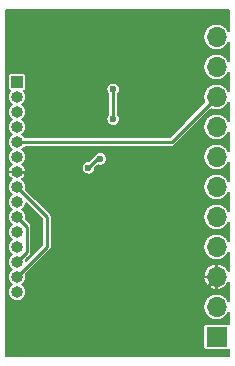
<source format=gbr>
G04 #@! TF.GenerationSoftware,KiCad,Pcbnew,(5.1.5)-3*
G04 #@! TF.CreationDate,2020-01-25T22:14:14+03:00*
G04 #@! TF.ProjectId,Sharp_11pin_to_15pin_Adapter,53686172-705f-4313-9170-696e5f746f5f,rev?*
G04 #@! TF.SameCoordinates,Original*
G04 #@! TF.FileFunction,Copper,L2,Bot*
G04 #@! TF.FilePolarity,Positive*
%FSLAX46Y46*%
G04 Gerber Fmt 4.6, Leading zero omitted, Abs format (unit mm)*
G04 Created by KiCad (PCBNEW (5.1.5)-3) date 2020-01-25 22:14:14*
%MOMM*%
%LPD*%
G04 APERTURE LIST*
%ADD10O,1.700000X1.700000*%
%ADD11R,1.700000X1.700000*%
%ADD12R,1.000000X1.000000*%
%ADD13O,1.000000X1.000000*%
%ADD14C,0.800000*%
%ADD15C,0.600000*%
%ADD16C,0.250000*%
%ADD17C,0.150000*%
G04 APERTURE END LIST*
D10*
X144780000Y-101600000D03*
X144780000Y-104140000D03*
X144780000Y-106680000D03*
X144780000Y-109220000D03*
X144780000Y-111760000D03*
X144780000Y-114300000D03*
X144780000Y-116840000D03*
X144780000Y-119380000D03*
X144780000Y-121920000D03*
X144780000Y-124460000D03*
D11*
X144780000Y-127000000D03*
D12*
X127880000Y-105410000D03*
D13*
X127880000Y-106680000D03*
X127880000Y-107950000D03*
X127880000Y-109220000D03*
X127880000Y-110490000D03*
X127880000Y-111760000D03*
X127880000Y-113030000D03*
X127880000Y-114300000D03*
X127880000Y-115570000D03*
X127880000Y-116840000D03*
X127880000Y-118110000D03*
X127880000Y-119380000D03*
X127880000Y-120650000D03*
X127880000Y-121920000D03*
X127880000Y-123190000D03*
D14*
X127889000Y-100076000D03*
X140208000Y-100076000D03*
X127889000Y-124587000D03*
X127889000Y-127889000D03*
X130810000Y-127889000D03*
X133985000Y-127889000D03*
X137160000Y-127889000D03*
X140462000Y-127889000D03*
X131318000Y-100076000D03*
X134747000Y-100076000D03*
X138049000Y-100076000D03*
D15*
X130683000Y-113030000D03*
X143256000Y-102743000D03*
X129032000Y-107315000D03*
X135509000Y-109728000D03*
X135763000Y-112268000D03*
X133985000Y-114300000D03*
X129286000Y-116840000D03*
X136017000Y-106045000D03*
X136017000Y-108575000D03*
X134949942Y-111938058D03*
X133939058Y-112694942D03*
D16*
X140970000Y-110490000D02*
X144780000Y-106680000D01*
X127880000Y-110490000D02*
X140970000Y-110490000D01*
X128379999Y-114799999D02*
X128388999Y-114799999D01*
X127880000Y-114300000D02*
X128379999Y-114799999D01*
X128388999Y-114799999D02*
X130429000Y-116840000D01*
X130429000Y-119371000D02*
X127880000Y-121920000D01*
X130429000Y-116840000D02*
X130429000Y-119371000D01*
X144780000Y-121920000D02*
X142748000Y-123952000D01*
X142748000Y-125603000D02*
X140462000Y-127889000D01*
X142748000Y-123952000D02*
X142748000Y-125603000D01*
X127880000Y-113030000D02*
X130683000Y-113030000D01*
X136017000Y-106045000D02*
X136017000Y-108575000D01*
X134949942Y-111938058D02*
X134695942Y-111938058D01*
X134695942Y-111938058D02*
X133939058Y-112694942D01*
X128379999Y-120150001D02*
X127880000Y-120650000D01*
X128705001Y-119824999D02*
X128379999Y-120150001D01*
X128705001Y-117665001D02*
X128705001Y-119824999D01*
X127880000Y-116840000D02*
X128705001Y-117665001D01*
D17*
G36*
X145800000Y-101122732D02*
G01*
X145776962Y-101067113D01*
X145653844Y-100882855D01*
X145497145Y-100726156D01*
X145312887Y-100603038D01*
X145108150Y-100518233D01*
X144890803Y-100475000D01*
X144669197Y-100475000D01*
X144451850Y-100518233D01*
X144247113Y-100603038D01*
X144062855Y-100726156D01*
X143906156Y-100882855D01*
X143783038Y-101067113D01*
X143698233Y-101271850D01*
X143655000Y-101489197D01*
X143655000Y-101710803D01*
X143698233Y-101928150D01*
X143783038Y-102132887D01*
X143906156Y-102317145D01*
X144062855Y-102473844D01*
X144247113Y-102596962D01*
X144451850Y-102681767D01*
X144669197Y-102725000D01*
X144890803Y-102725000D01*
X145108150Y-102681767D01*
X145312887Y-102596962D01*
X145497145Y-102473844D01*
X145653844Y-102317145D01*
X145776962Y-102132887D01*
X145800000Y-102077268D01*
X145800000Y-103662732D01*
X145776962Y-103607113D01*
X145653844Y-103422855D01*
X145497145Y-103266156D01*
X145312887Y-103143038D01*
X145108150Y-103058233D01*
X144890803Y-103015000D01*
X144669197Y-103015000D01*
X144451850Y-103058233D01*
X144247113Y-103143038D01*
X144062855Y-103266156D01*
X143906156Y-103422855D01*
X143783038Y-103607113D01*
X143698233Y-103811850D01*
X143655000Y-104029197D01*
X143655000Y-104250803D01*
X143698233Y-104468150D01*
X143783038Y-104672887D01*
X143906156Y-104857145D01*
X144062855Y-105013844D01*
X144247113Y-105136962D01*
X144451850Y-105221767D01*
X144669197Y-105265000D01*
X144890803Y-105265000D01*
X145108150Y-105221767D01*
X145312887Y-105136962D01*
X145497145Y-105013844D01*
X145653844Y-104857145D01*
X145776962Y-104672887D01*
X145800000Y-104617268D01*
X145800000Y-106202732D01*
X145776962Y-106147113D01*
X145653844Y-105962855D01*
X145497145Y-105806156D01*
X145312887Y-105683038D01*
X145108150Y-105598233D01*
X144890803Y-105555000D01*
X144669197Y-105555000D01*
X144451850Y-105598233D01*
X144247113Y-105683038D01*
X144062855Y-105806156D01*
X143906156Y-105962855D01*
X143783038Y-106147113D01*
X143698233Y-106351850D01*
X143655000Y-106569197D01*
X143655000Y-106790803D01*
X143698233Y-107008150D01*
X143753277Y-107141038D01*
X140804315Y-110090000D01*
X128544813Y-110090000D01*
X128481982Y-109995966D01*
X128374034Y-109888018D01*
X128324619Y-109855000D01*
X128374034Y-109821982D01*
X128481982Y-109714034D01*
X128566796Y-109587100D01*
X128625217Y-109446059D01*
X128655000Y-109296331D01*
X128655000Y-109143669D01*
X128625217Y-108993941D01*
X128566796Y-108852900D01*
X128481982Y-108725966D01*
X128374034Y-108618018D01*
X128324619Y-108585000D01*
X128374034Y-108551982D01*
X128481982Y-108444034D01*
X128566796Y-108317100D01*
X128625217Y-108176059D01*
X128655000Y-108026331D01*
X128655000Y-107873669D01*
X128625217Y-107723941D01*
X128566796Y-107582900D01*
X128481982Y-107455966D01*
X128374034Y-107348018D01*
X128324619Y-107315000D01*
X128374034Y-107281982D01*
X128481982Y-107174034D01*
X128566796Y-107047100D01*
X128625217Y-106906059D01*
X128655000Y-106756331D01*
X128655000Y-106603669D01*
X128625217Y-106453941D01*
X128566796Y-106312900D01*
X128481982Y-106185966D01*
X128466999Y-106170983D01*
X128485747Y-106165296D01*
X128533521Y-106139760D01*
X128575395Y-106105395D01*
X128609760Y-106063521D01*
X128635296Y-106015747D01*
X128643601Y-105988367D01*
X135442000Y-105988367D01*
X135442000Y-106101633D01*
X135464097Y-106212721D01*
X135507442Y-106317365D01*
X135570368Y-106411541D01*
X135617000Y-106458173D01*
X135617001Y-108161826D01*
X135570368Y-108208459D01*
X135507442Y-108302635D01*
X135464097Y-108407279D01*
X135442000Y-108518367D01*
X135442000Y-108631633D01*
X135464097Y-108742721D01*
X135507442Y-108847365D01*
X135570368Y-108941541D01*
X135650459Y-109021632D01*
X135744635Y-109084558D01*
X135849279Y-109127903D01*
X135960367Y-109150000D01*
X136073633Y-109150000D01*
X136184721Y-109127903D01*
X136289365Y-109084558D01*
X136383541Y-109021632D01*
X136463632Y-108941541D01*
X136526558Y-108847365D01*
X136569903Y-108742721D01*
X136592000Y-108631633D01*
X136592000Y-108518367D01*
X136569903Y-108407279D01*
X136526558Y-108302635D01*
X136463632Y-108208459D01*
X136417000Y-108161827D01*
X136417000Y-106458173D01*
X136463632Y-106411541D01*
X136526558Y-106317365D01*
X136569903Y-106212721D01*
X136592000Y-106101633D01*
X136592000Y-105988367D01*
X136569903Y-105877279D01*
X136526558Y-105772635D01*
X136463632Y-105678459D01*
X136383541Y-105598368D01*
X136289365Y-105535442D01*
X136184721Y-105492097D01*
X136073633Y-105470000D01*
X135960367Y-105470000D01*
X135849279Y-105492097D01*
X135744635Y-105535442D01*
X135650459Y-105598368D01*
X135570368Y-105678459D01*
X135507442Y-105772635D01*
X135464097Y-105877279D01*
X135442000Y-105988367D01*
X128643601Y-105988367D01*
X128651020Y-105963909D01*
X128656330Y-105910000D01*
X128656330Y-104910000D01*
X128651020Y-104856091D01*
X128635296Y-104804253D01*
X128609760Y-104756479D01*
X128575395Y-104714605D01*
X128533521Y-104680240D01*
X128485747Y-104654704D01*
X128433909Y-104638980D01*
X128380000Y-104633670D01*
X127380000Y-104633670D01*
X127326091Y-104638980D01*
X127274253Y-104654704D01*
X127226479Y-104680240D01*
X127184605Y-104714605D01*
X127150240Y-104756479D01*
X127124704Y-104804253D01*
X127108980Y-104856091D01*
X127103670Y-104910000D01*
X127103670Y-105910000D01*
X127108980Y-105963909D01*
X127124704Y-106015747D01*
X127150240Y-106063521D01*
X127184605Y-106105395D01*
X127226479Y-106139760D01*
X127274253Y-106165296D01*
X127293001Y-106170983D01*
X127278018Y-106185966D01*
X127193204Y-106312900D01*
X127134783Y-106453941D01*
X127105000Y-106603669D01*
X127105000Y-106756331D01*
X127134783Y-106906059D01*
X127193204Y-107047100D01*
X127278018Y-107174034D01*
X127385966Y-107281982D01*
X127435381Y-107315000D01*
X127385966Y-107348018D01*
X127278018Y-107455966D01*
X127193204Y-107582900D01*
X127134783Y-107723941D01*
X127105000Y-107873669D01*
X127105000Y-108026331D01*
X127134783Y-108176059D01*
X127193204Y-108317100D01*
X127278018Y-108444034D01*
X127385966Y-108551982D01*
X127435381Y-108585000D01*
X127385966Y-108618018D01*
X127278018Y-108725966D01*
X127193204Y-108852900D01*
X127134783Y-108993941D01*
X127105000Y-109143669D01*
X127105000Y-109296331D01*
X127134783Y-109446059D01*
X127193204Y-109587100D01*
X127278018Y-109714034D01*
X127385966Y-109821982D01*
X127435381Y-109855000D01*
X127385966Y-109888018D01*
X127278018Y-109995966D01*
X127193204Y-110122900D01*
X127134783Y-110263941D01*
X127105000Y-110413669D01*
X127105000Y-110566331D01*
X127134783Y-110716059D01*
X127193204Y-110857100D01*
X127278018Y-110984034D01*
X127385966Y-111091982D01*
X127435381Y-111125000D01*
X127385966Y-111158018D01*
X127278018Y-111265966D01*
X127193204Y-111392900D01*
X127134783Y-111533941D01*
X127105000Y-111683669D01*
X127105000Y-111836331D01*
X127134783Y-111986059D01*
X127193204Y-112127100D01*
X127278018Y-112254034D01*
X127385966Y-112361982D01*
X127437166Y-112396193D01*
X127335844Y-112478164D01*
X127238642Y-112594927D01*
X127166087Y-112728410D01*
X127120967Y-112873482D01*
X127118850Y-112884134D01*
X127174193Y-113005000D01*
X127855000Y-113005000D01*
X127855000Y-112985000D01*
X127905000Y-112985000D01*
X127905000Y-113005000D01*
X128585807Y-113005000D01*
X128641150Y-112884134D01*
X128639033Y-112873482D01*
X128593913Y-112728410D01*
X128544939Y-112638309D01*
X133364058Y-112638309D01*
X133364058Y-112751575D01*
X133386155Y-112862663D01*
X133429500Y-112967307D01*
X133492426Y-113061483D01*
X133572517Y-113141574D01*
X133666693Y-113204500D01*
X133771337Y-113247845D01*
X133882425Y-113269942D01*
X133995691Y-113269942D01*
X134106779Y-113247845D01*
X134211423Y-113204500D01*
X134305599Y-113141574D01*
X134385690Y-113061483D01*
X134448616Y-112967307D01*
X134491961Y-112862663D01*
X134514058Y-112751575D01*
X134514058Y-112685627D01*
X134730251Y-112469434D01*
X134782221Y-112490961D01*
X134893309Y-112513058D01*
X135006575Y-112513058D01*
X135117663Y-112490961D01*
X135222307Y-112447616D01*
X135316483Y-112384690D01*
X135396574Y-112304599D01*
X135459500Y-112210423D01*
X135502845Y-112105779D01*
X135524942Y-111994691D01*
X135524942Y-111881425D01*
X135502845Y-111770337D01*
X135459500Y-111665693D01*
X135396574Y-111571517D01*
X135316483Y-111491426D01*
X135222307Y-111428500D01*
X135117663Y-111385155D01*
X135006575Y-111363058D01*
X134893309Y-111363058D01*
X134782221Y-111385155D01*
X134677577Y-111428500D01*
X134583401Y-111491426D01*
X134503310Y-111571517D01*
X134486732Y-111596328D01*
X134472639Y-111603861D01*
X134411731Y-111653847D01*
X134399205Y-111669110D01*
X133948373Y-112119942D01*
X133882425Y-112119942D01*
X133771337Y-112142039D01*
X133666693Y-112185384D01*
X133572517Y-112248310D01*
X133492426Y-112328401D01*
X133429500Y-112422577D01*
X133386155Y-112527221D01*
X133364058Y-112638309D01*
X128544939Y-112638309D01*
X128521358Y-112594927D01*
X128424156Y-112478164D01*
X128322834Y-112396193D01*
X128374034Y-112361982D01*
X128481982Y-112254034D01*
X128566796Y-112127100D01*
X128625217Y-111986059D01*
X128655000Y-111836331D01*
X128655000Y-111683669D01*
X128625217Y-111533941D01*
X128566796Y-111392900D01*
X128481982Y-111265966D01*
X128374034Y-111158018D01*
X128324619Y-111125000D01*
X128374034Y-111091982D01*
X128481982Y-110984034D01*
X128544813Y-110890000D01*
X140950354Y-110890000D01*
X140970000Y-110891935D01*
X140989646Y-110890000D01*
X140989647Y-110890000D01*
X141048414Y-110884212D01*
X141123814Y-110861340D01*
X141193303Y-110824197D01*
X141254211Y-110774211D01*
X141266737Y-110758948D01*
X144318962Y-107706723D01*
X144451850Y-107761767D01*
X144669197Y-107805000D01*
X144890803Y-107805000D01*
X145108150Y-107761767D01*
X145312887Y-107676962D01*
X145497145Y-107553844D01*
X145653844Y-107397145D01*
X145776962Y-107212887D01*
X145800000Y-107157268D01*
X145800000Y-108742732D01*
X145776962Y-108687113D01*
X145653844Y-108502855D01*
X145497145Y-108346156D01*
X145312887Y-108223038D01*
X145108150Y-108138233D01*
X144890803Y-108095000D01*
X144669197Y-108095000D01*
X144451850Y-108138233D01*
X144247113Y-108223038D01*
X144062855Y-108346156D01*
X143906156Y-108502855D01*
X143783038Y-108687113D01*
X143698233Y-108891850D01*
X143655000Y-109109197D01*
X143655000Y-109330803D01*
X143698233Y-109548150D01*
X143783038Y-109752887D01*
X143906156Y-109937145D01*
X144062855Y-110093844D01*
X144247113Y-110216962D01*
X144451850Y-110301767D01*
X144669197Y-110345000D01*
X144890803Y-110345000D01*
X145108150Y-110301767D01*
X145312887Y-110216962D01*
X145497145Y-110093844D01*
X145653844Y-109937145D01*
X145776962Y-109752887D01*
X145800000Y-109697268D01*
X145800000Y-111282733D01*
X145776962Y-111227113D01*
X145653844Y-111042855D01*
X145497145Y-110886156D01*
X145312887Y-110763038D01*
X145108150Y-110678233D01*
X144890803Y-110635000D01*
X144669197Y-110635000D01*
X144451850Y-110678233D01*
X144247113Y-110763038D01*
X144062855Y-110886156D01*
X143906156Y-111042855D01*
X143783038Y-111227113D01*
X143698233Y-111431850D01*
X143655000Y-111649197D01*
X143655000Y-111870803D01*
X143698233Y-112088150D01*
X143783038Y-112292887D01*
X143906156Y-112477145D01*
X144062855Y-112633844D01*
X144247113Y-112756962D01*
X144451850Y-112841767D01*
X144669197Y-112885000D01*
X144890803Y-112885000D01*
X145108150Y-112841767D01*
X145312887Y-112756962D01*
X145497145Y-112633844D01*
X145653844Y-112477145D01*
X145776962Y-112292887D01*
X145800000Y-112237267D01*
X145800000Y-113822733D01*
X145776962Y-113767113D01*
X145653844Y-113582855D01*
X145497145Y-113426156D01*
X145312887Y-113303038D01*
X145108150Y-113218233D01*
X144890803Y-113175000D01*
X144669197Y-113175000D01*
X144451850Y-113218233D01*
X144247113Y-113303038D01*
X144062855Y-113426156D01*
X143906156Y-113582855D01*
X143783038Y-113767113D01*
X143698233Y-113971850D01*
X143655000Y-114189197D01*
X143655000Y-114410803D01*
X143698233Y-114628150D01*
X143783038Y-114832887D01*
X143906156Y-115017145D01*
X144062855Y-115173844D01*
X144247113Y-115296962D01*
X144451850Y-115381767D01*
X144669197Y-115425000D01*
X144890803Y-115425000D01*
X145108150Y-115381767D01*
X145312887Y-115296962D01*
X145497145Y-115173844D01*
X145653844Y-115017145D01*
X145776962Y-114832887D01*
X145800001Y-114777267D01*
X145800001Y-116362733D01*
X145776962Y-116307113D01*
X145653844Y-116122855D01*
X145497145Y-115966156D01*
X145312887Y-115843038D01*
X145108150Y-115758233D01*
X144890803Y-115715000D01*
X144669197Y-115715000D01*
X144451850Y-115758233D01*
X144247113Y-115843038D01*
X144062855Y-115966156D01*
X143906156Y-116122855D01*
X143783038Y-116307113D01*
X143698233Y-116511850D01*
X143655000Y-116729197D01*
X143655000Y-116950803D01*
X143698233Y-117168150D01*
X143783038Y-117372887D01*
X143906156Y-117557145D01*
X144062855Y-117713844D01*
X144247113Y-117836962D01*
X144451850Y-117921767D01*
X144669197Y-117965000D01*
X144890803Y-117965000D01*
X145108150Y-117921767D01*
X145312887Y-117836962D01*
X145497145Y-117713844D01*
X145653844Y-117557145D01*
X145776962Y-117372887D01*
X145800001Y-117317267D01*
X145800001Y-118902733D01*
X145776962Y-118847113D01*
X145653844Y-118662855D01*
X145497145Y-118506156D01*
X145312887Y-118383038D01*
X145108150Y-118298233D01*
X144890803Y-118255000D01*
X144669197Y-118255000D01*
X144451850Y-118298233D01*
X144247113Y-118383038D01*
X144062855Y-118506156D01*
X143906156Y-118662855D01*
X143783038Y-118847113D01*
X143698233Y-119051850D01*
X143655000Y-119269197D01*
X143655000Y-119490803D01*
X143698233Y-119708150D01*
X143783038Y-119912887D01*
X143906156Y-120097145D01*
X144062855Y-120253844D01*
X144247113Y-120376962D01*
X144451850Y-120461767D01*
X144669197Y-120505000D01*
X144890803Y-120505000D01*
X145108150Y-120461767D01*
X145312887Y-120376962D01*
X145497145Y-120253844D01*
X145653844Y-120097145D01*
X145776962Y-119912887D01*
X145800001Y-119857267D01*
X145800001Y-121450494D01*
X145704615Y-121279130D01*
X145561821Y-121111061D01*
X145388982Y-120974079D01*
X145192741Y-120873448D01*
X144980638Y-120813035D01*
X144805000Y-120864027D01*
X144805000Y-121895000D01*
X144825000Y-121895000D01*
X144825000Y-121945000D01*
X144805000Y-121945000D01*
X144805000Y-122975973D01*
X144980638Y-123026965D01*
X145192741Y-122966552D01*
X145388982Y-122865921D01*
X145561821Y-122728939D01*
X145704615Y-122560870D01*
X145800001Y-122389506D01*
X145800001Y-123982734D01*
X145776962Y-123927113D01*
X145653844Y-123742855D01*
X145497145Y-123586156D01*
X145312887Y-123463038D01*
X145108150Y-123378233D01*
X144890803Y-123335000D01*
X144669197Y-123335000D01*
X144451850Y-123378233D01*
X144247113Y-123463038D01*
X144062855Y-123586156D01*
X143906156Y-123742855D01*
X143783038Y-123927113D01*
X143698233Y-124131850D01*
X143655000Y-124349197D01*
X143655000Y-124570803D01*
X143698233Y-124788150D01*
X143783038Y-124992887D01*
X143906156Y-125177145D01*
X144062855Y-125333844D01*
X144247113Y-125456962D01*
X144451850Y-125541767D01*
X144669197Y-125585000D01*
X144890803Y-125585000D01*
X145108150Y-125541767D01*
X145312887Y-125456962D01*
X145497145Y-125333844D01*
X145653844Y-125177145D01*
X145776962Y-124992887D01*
X145800001Y-124937266D01*
X145800001Y-125933765D01*
X145783521Y-125920240D01*
X145735747Y-125894704D01*
X145683909Y-125878980D01*
X145630000Y-125873670D01*
X143930000Y-125873670D01*
X143876091Y-125878980D01*
X143824253Y-125894704D01*
X143776479Y-125920240D01*
X143734605Y-125954605D01*
X143700240Y-125996479D01*
X143674704Y-126044253D01*
X143658980Y-126096091D01*
X143653670Y-126150000D01*
X143653670Y-127850000D01*
X143658980Y-127903909D01*
X143674704Y-127955747D01*
X143700240Y-128003521D01*
X143734605Y-128045395D01*
X143776479Y-128079760D01*
X143824253Y-128105296D01*
X143876091Y-128121020D01*
X143930000Y-128126330D01*
X145630000Y-128126330D01*
X145683909Y-128121020D01*
X145735747Y-128105296D01*
X145783521Y-128079760D01*
X145800001Y-128066235D01*
X145800001Y-128655000D01*
X126996000Y-128655000D01*
X126996000Y-114223669D01*
X127105000Y-114223669D01*
X127105000Y-114376331D01*
X127134783Y-114526059D01*
X127193204Y-114667100D01*
X127278018Y-114794034D01*
X127385966Y-114901982D01*
X127435381Y-114935000D01*
X127385966Y-114968018D01*
X127278018Y-115075966D01*
X127193204Y-115202900D01*
X127134783Y-115343941D01*
X127105000Y-115493669D01*
X127105000Y-115646331D01*
X127134783Y-115796059D01*
X127193204Y-115937100D01*
X127278018Y-116064034D01*
X127385966Y-116171982D01*
X127435381Y-116205000D01*
X127385966Y-116238018D01*
X127278018Y-116345966D01*
X127193204Y-116472900D01*
X127134783Y-116613941D01*
X127105000Y-116763669D01*
X127105000Y-116916331D01*
X127134783Y-117066059D01*
X127193204Y-117207100D01*
X127278018Y-117334034D01*
X127385966Y-117441982D01*
X127435381Y-117475000D01*
X127385966Y-117508018D01*
X127278018Y-117615966D01*
X127193204Y-117742900D01*
X127134783Y-117883941D01*
X127105000Y-118033669D01*
X127105000Y-118186331D01*
X127134783Y-118336059D01*
X127193204Y-118477100D01*
X127278018Y-118604034D01*
X127385966Y-118711982D01*
X127435381Y-118745000D01*
X127385966Y-118778018D01*
X127278018Y-118885966D01*
X127193204Y-119012900D01*
X127134783Y-119153941D01*
X127105000Y-119303669D01*
X127105000Y-119456331D01*
X127134783Y-119606059D01*
X127193204Y-119747100D01*
X127278018Y-119874034D01*
X127385966Y-119981982D01*
X127435381Y-120015000D01*
X127385966Y-120048018D01*
X127278018Y-120155966D01*
X127193204Y-120282900D01*
X127134783Y-120423941D01*
X127105000Y-120573669D01*
X127105000Y-120726331D01*
X127134783Y-120876059D01*
X127193204Y-121017100D01*
X127278018Y-121144034D01*
X127385966Y-121251982D01*
X127435381Y-121285000D01*
X127385966Y-121318018D01*
X127278018Y-121425966D01*
X127193204Y-121552900D01*
X127134783Y-121693941D01*
X127105000Y-121843669D01*
X127105000Y-121996331D01*
X127134783Y-122146059D01*
X127193204Y-122287100D01*
X127278018Y-122414034D01*
X127385966Y-122521982D01*
X127435381Y-122555000D01*
X127385966Y-122588018D01*
X127278018Y-122695966D01*
X127193204Y-122822900D01*
X127134783Y-122963941D01*
X127105000Y-123113669D01*
X127105000Y-123266331D01*
X127134783Y-123416059D01*
X127193204Y-123557100D01*
X127278018Y-123684034D01*
X127385966Y-123791982D01*
X127512900Y-123876796D01*
X127653941Y-123935217D01*
X127803669Y-123965000D01*
X127956331Y-123965000D01*
X128106059Y-123935217D01*
X128247100Y-123876796D01*
X128374034Y-123791982D01*
X128481982Y-123684034D01*
X128566796Y-123557100D01*
X128625217Y-123416059D01*
X128655000Y-123266331D01*
X128655000Y-123113669D01*
X128625217Y-122963941D01*
X128566796Y-122822900D01*
X128481982Y-122695966D01*
X128374034Y-122588018D01*
X128324619Y-122555000D01*
X128374034Y-122521982D01*
X128481982Y-122414034D01*
X128566796Y-122287100D01*
X128625217Y-122146059D01*
X128630273Y-122120637D01*
X143673036Y-122120637D01*
X143680517Y-122158251D01*
X143748124Y-122368172D01*
X143855385Y-122560870D01*
X143998179Y-122728939D01*
X144171018Y-122865921D01*
X144367259Y-122966552D01*
X144579362Y-123026965D01*
X144755000Y-122975973D01*
X144755000Y-121945000D01*
X143724046Y-121945000D01*
X143673036Y-122120637D01*
X128630273Y-122120637D01*
X128655000Y-121996331D01*
X128655000Y-121843669D01*
X128632936Y-121732749D01*
X128646322Y-121719363D01*
X143673036Y-121719363D01*
X143724046Y-121895000D01*
X144755000Y-121895000D01*
X144755000Y-120864027D01*
X144579362Y-120813035D01*
X144367259Y-120873448D01*
X144171018Y-120974079D01*
X143998179Y-121111061D01*
X143855385Y-121279130D01*
X143748124Y-121471828D01*
X143680517Y-121681749D01*
X143673036Y-121719363D01*
X128646322Y-121719363D01*
X130697948Y-119667737D01*
X130713211Y-119655211D01*
X130763197Y-119594303D01*
X130800340Y-119524814D01*
X130823212Y-119449414D01*
X130829000Y-119390647D01*
X130829000Y-119390637D01*
X130830934Y-119371001D01*
X130829000Y-119351365D01*
X130829000Y-116859635D01*
X130830934Y-116839999D01*
X130829000Y-116820363D01*
X130829000Y-116820353D01*
X130823212Y-116761586D01*
X130800340Y-116686186D01*
X130763197Y-116616697D01*
X130713211Y-116555789D01*
X130697954Y-116543268D01*
X128685736Y-114531051D01*
X128673210Y-114515788D01*
X128633708Y-114483370D01*
X128655000Y-114376331D01*
X128655000Y-114223669D01*
X128625217Y-114073941D01*
X128566796Y-113932900D01*
X128481982Y-113805966D01*
X128374034Y-113698018D01*
X128322834Y-113663807D01*
X128424156Y-113581836D01*
X128521358Y-113465073D01*
X128593913Y-113331590D01*
X128639033Y-113186518D01*
X128641150Y-113175866D01*
X128585807Y-113055000D01*
X127905000Y-113055000D01*
X127905000Y-113075000D01*
X127855000Y-113075000D01*
X127855000Y-113055000D01*
X127174193Y-113055000D01*
X127118850Y-113175866D01*
X127120967Y-113186518D01*
X127166087Y-113331590D01*
X127238642Y-113465073D01*
X127335844Y-113581836D01*
X127437166Y-113663807D01*
X127385966Y-113698018D01*
X127278018Y-113805966D01*
X127193204Y-113932900D01*
X127134783Y-114073941D01*
X127105000Y-114223669D01*
X126996000Y-114223669D01*
X126996000Y-99310000D01*
X145800000Y-99310000D01*
X145800000Y-101122732D01*
G37*
X145800000Y-101122732D02*
X145776962Y-101067113D01*
X145653844Y-100882855D01*
X145497145Y-100726156D01*
X145312887Y-100603038D01*
X145108150Y-100518233D01*
X144890803Y-100475000D01*
X144669197Y-100475000D01*
X144451850Y-100518233D01*
X144247113Y-100603038D01*
X144062855Y-100726156D01*
X143906156Y-100882855D01*
X143783038Y-101067113D01*
X143698233Y-101271850D01*
X143655000Y-101489197D01*
X143655000Y-101710803D01*
X143698233Y-101928150D01*
X143783038Y-102132887D01*
X143906156Y-102317145D01*
X144062855Y-102473844D01*
X144247113Y-102596962D01*
X144451850Y-102681767D01*
X144669197Y-102725000D01*
X144890803Y-102725000D01*
X145108150Y-102681767D01*
X145312887Y-102596962D01*
X145497145Y-102473844D01*
X145653844Y-102317145D01*
X145776962Y-102132887D01*
X145800000Y-102077268D01*
X145800000Y-103662732D01*
X145776962Y-103607113D01*
X145653844Y-103422855D01*
X145497145Y-103266156D01*
X145312887Y-103143038D01*
X145108150Y-103058233D01*
X144890803Y-103015000D01*
X144669197Y-103015000D01*
X144451850Y-103058233D01*
X144247113Y-103143038D01*
X144062855Y-103266156D01*
X143906156Y-103422855D01*
X143783038Y-103607113D01*
X143698233Y-103811850D01*
X143655000Y-104029197D01*
X143655000Y-104250803D01*
X143698233Y-104468150D01*
X143783038Y-104672887D01*
X143906156Y-104857145D01*
X144062855Y-105013844D01*
X144247113Y-105136962D01*
X144451850Y-105221767D01*
X144669197Y-105265000D01*
X144890803Y-105265000D01*
X145108150Y-105221767D01*
X145312887Y-105136962D01*
X145497145Y-105013844D01*
X145653844Y-104857145D01*
X145776962Y-104672887D01*
X145800000Y-104617268D01*
X145800000Y-106202732D01*
X145776962Y-106147113D01*
X145653844Y-105962855D01*
X145497145Y-105806156D01*
X145312887Y-105683038D01*
X145108150Y-105598233D01*
X144890803Y-105555000D01*
X144669197Y-105555000D01*
X144451850Y-105598233D01*
X144247113Y-105683038D01*
X144062855Y-105806156D01*
X143906156Y-105962855D01*
X143783038Y-106147113D01*
X143698233Y-106351850D01*
X143655000Y-106569197D01*
X143655000Y-106790803D01*
X143698233Y-107008150D01*
X143753277Y-107141038D01*
X140804315Y-110090000D01*
X128544813Y-110090000D01*
X128481982Y-109995966D01*
X128374034Y-109888018D01*
X128324619Y-109855000D01*
X128374034Y-109821982D01*
X128481982Y-109714034D01*
X128566796Y-109587100D01*
X128625217Y-109446059D01*
X128655000Y-109296331D01*
X128655000Y-109143669D01*
X128625217Y-108993941D01*
X128566796Y-108852900D01*
X128481982Y-108725966D01*
X128374034Y-108618018D01*
X128324619Y-108585000D01*
X128374034Y-108551982D01*
X128481982Y-108444034D01*
X128566796Y-108317100D01*
X128625217Y-108176059D01*
X128655000Y-108026331D01*
X128655000Y-107873669D01*
X128625217Y-107723941D01*
X128566796Y-107582900D01*
X128481982Y-107455966D01*
X128374034Y-107348018D01*
X128324619Y-107315000D01*
X128374034Y-107281982D01*
X128481982Y-107174034D01*
X128566796Y-107047100D01*
X128625217Y-106906059D01*
X128655000Y-106756331D01*
X128655000Y-106603669D01*
X128625217Y-106453941D01*
X128566796Y-106312900D01*
X128481982Y-106185966D01*
X128466999Y-106170983D01*
X128485747Y-106165296D01*
X128533521Y-106139760D01*
X128575395Y-106105395D01*
X128609760Y-106063521D01*
X128635296Y-106015747D01*
X128643601Y-105988367D01*
X135442000Y-105988367D01*
X135442000Y-106101633D01*
X135464097Y-106212721D01*
X135507442Y-106317365D01*
X135570368Y-106411541D01*
X135617000Y-106458173D01*
X135617001Y-108161826D01*
X135570368Y-108208459D01*
X135507442Y-108302635D01*
X135464097Y-108407279D01*
X135442000Y-108518367D01*
X135442000Y-108631633D01*
X135464097Y-108742721D01*
X135507442Y-108847365D01*
X135570368Y-108941541D01*
X135650459Y-109021632D01*
X135744635Y-109084558D01*
X135849279Y-109127903D01*
X135960367Y-109150000D01*
X136073633Y-109150000D01*
X136184721Y-109127903D01*
X136289365Y-109084558D01*
X136383541Y-109021632D01*
X136463632Y-108941541D01*
X136526558Y-108847365D01*
X136569903Y-108742721D01*
X136592000Y-108631633D01*
X136592000Y-108518367D01*
X136569903Y-108407279D01*
X136526558Y-108302635D01*
X136463632Y-108208459D01*
X136417000Y-108161827D01*
X136417000Y-106458173D01*
X136463632Y-106411541D01*
X136526558Y-106317365D01*
X136569903Y-106212721D01*
X136592000Y-106101633D01*
X136592000Y-105988367D01*
X136569903Y-105877279D01*
X136526558Y-105772635D01*
X136463632Y-105678459D01*
X136383541Y-105598368D01*
X136289365Y-105535442D01*
X136184721Y-105492097D01*
X136073633Y-105470000D01*
X135960367Y-105470000D01*
X135849279Y-105492097D01*
X135744635Y-105535442D01*
X135650459Y-105598368D01*
X135570368Y-105678459D01*
X135507442Y-105772635D01*
X135464097Y-105877279D01*
X135442000Y-105988367D01*
X128643601Y-105988367D01*
X128651020Y-105963909D01*
X128656330Y-105910000D01*
X128656330Y-104910000D01*
X128651020Y-104856091D01*
X128635296Y-104804253D01*
X128609760Y-104756479D01*
X128575395Y-104714605D01*
X128533521Y-104680240D01*
X128485747Y-104654704D01*
X128433909Y-104638980D01*
X128380000Y-104633670D01*
X127380000Y-104633670D01*
X127326091Y-104638980D01*
X127274253Y-104654704D01*
X127226479Y-104680240D01*
X127184605Y-104714605D01*
X127150240Y-104756479D01*
X127124704Y-104804253D01*
X127108980Y-104856091D01*
X127103670Y-104910000D01*
X127103670Y-105910000D01*
X127108980Y-105963909D01*
X127124704Y-106015747D01*
X127150240Y-106063521D01*
X127184605Y-106105395D01*
X127226479Y-106139760D01*
X127274253Y-106165296D01*
X127293001Y-106170983D01*
X127278018Y-106185966D01*
X127193204Y-106312900D01*
X127134783Y-106453941D01*
X127105000Y-106603669D01*
X127105000Y-106756331D01*
X127134783Y-106906059D01*
X127193204Y-107047100D01*
X127278018Y-107174034D01*
X127385966Y-107281982D01*
X127435381Y-107315000D01*
X127385966Y-107348018D01*
X127278018Y-107455966D01*
X127193204Y-107582900D01*
X127134783Y-107723941D01*
X127105000Y-107873669D01*
X127105000Y-108026331D01*
X127134783Y-108176059D01*
X127193204Y-108317100D01*
X127278018Y-108444034D01*
X127385966Y-108551982D01*
X127435381Y-108585000D01*
X127385966Y-108618018D01*
X127278018Y-108725966D01*
X127193204Y-108852900D01*
X127134783Y-108993941D01*
X127105000Y-109143669D01*
X127105000Y-109296331D01*
X127134783Y-109446059D01*
X127193204Y-109587100D01*
X127278018Y-109714034D01*
X127385966Y-109821982D01*
X127435381Y-109855000D01*
X127385966Y-109888018D01*
X127278018Y-109995966D01*
X127193204Y-110122900D01*
X127134783Y-110263941D01*
X127105000Y-110413669D01*
X127105000Y-110566331D01*
X127134783Y-110716059D01*
X127193204Y-110857100D01*
X127278018Y-110984034D01*
X127385966Y-111091982D01*
X127435381Y-111125000D01*
X127385966Y-111158018D01*
X127278018Y-111265966D01*
X127193204Y-111392900D01*
X127134783Y-111533941D01*
X127105000Y-111683669D01*
X127105000Y-111836331D01*
X127134783Y-111986059D01*
X127193204Y-112127100D01*
X127278018Y-112254034D01*
X127385966Y-112361982D01*
X127437166Y-112396193D01*
X127335844Y-112478164D01*
X127238642Y-112594927D01*
X127166087Y-112728410D01*
X127120967Y-112873482D01*
X127118850Y-112884134D01*
X127174193Y-113005000D01*
X127855000Y-113005000D01*
X127855000Y-112985000D01*
X127905000Y-112985000D01*
X127905000Y-113005000D01*
X128585807Y-113005000D01*
X128641150Y-112884134D01*
X128639033Y-112873482D01*
X128593913Y-112728410D01*
X128544939Y-112638309D01*
X133364058Y-112638309D01*
X133364058Y-112751575D01*
X133386155Y-112862663D01*
X133429500Y-112967307D01*
X133492426Y-113061483D01*
X133572517Y-113141574D01*
X133666693Y-113204500D01*
X133771337Y-113247845D01*
X133882425Y-113269942D01*
X133995691Y-113269942D01*
X134106779Y-113247845D01*
X134211423Y-113204500D01*
X134305599Y-113141574D01*
X134385690Y-113061483D01*
X134448616Y-112967307D01*
X134491961Y-112862663D01*
X134514058Y-112751575D01*
X134514058Y-112685627D01*
X134730251Y-112469434D01*
X134782221Y-112490961D01*
X134893309Y-112513058D01*
X135006575Y-112513058D01*
X135117663Y-112490961D01*
X135222307Y-112447616D01*
X135316483Y-112384690D01*
X135396574Y-112304599D01*
X135459500Y-112210423D01*
X135502845Y-112105779D01*
X135524942Y-111994691D01*
X135524942Y-111881425D01*
X135502845Y-111770337D01*
X135459500Y-111665693D01*
X135396574Y-111571517D01*
X135316483Y-111491426D01*
X135222307Y-111428500D01*
X135117663Y-111385155D01*
X135006575Y-111363058D01*
X134893309Y-111363058D01*
X134782221Y-111385155D01*
X134677577Y-111428500D01*
X134583401Y-111491426D01*
X134503310Y-111571517D01*
X134486732Y-111596328D01*
X134472639Y-111603861D01*
X134411731Y-111653847D01*
X134399205Y-111669110D01*
X133948373Y-112119942D01*
X133882425Y-112119942D01*
X133771337Y-112142039D01*
X133666693Y-112185384D01*
X133572517Y-112248310D01*
X133492426Y-112328401D01*
X133429500Y-112422577D01*
X133386155Y-112527221D01*
X133364058Y-112638309D01*
X128544939Y-112638309D01*
X128521358Y-112594927D01*
X128424156Y-112478164D01*
X128322834Y-112396193D01*
X128374034Y-112361982D01*
X128481982Y-112254034D01*
X128566796Y-112127100D01*
X128625217Y-111986059D01*
X128655000Y-111836331D01*
X128655000Y-111683669D01*
X128625217Y-111533941D01*
X128566796Y-111392900D01*
X128481982Y-111265966D01*
X128374034Y-111158018D01*
X128324619Y-111125000D01*
X128374034Y-111091982D01*
X128481982Y-110984034D01*
X128544813Y-110890000D01*
X140950354Y-110890000D01*
X140970000Y-110891935D01*
X140989646Y-110890000D01*
X140989647Y-110890000D01*
X141048414Y-110884212D01*
X141123814Y-110861340D01*
X141193303Y-110824197D01*
X141254211Y-110774211D01*
X141266737Y-110758948D01*
X144318962Y-107706723D01*
X144451850Y-107761767D01*
X144669197Y-107805000D01*
X144890803Y-107805000D01*
X145108150Y-107761767D01*
X145312887Y-107676962D01*
X145497145Y-107553844D01*
X145653844Y-107397145D01*
X145776962Y-107212887D01*
X145800000Y-107157268D01*
X145800000Y-108742732D01*
X145776962Y-108687113D01*
X145653844Y-108502855D01*
X145497145Y-108346156D01*
X145312887Y-108223038D01*
X145108150Y-108138233D01*
X144890803Y-108095000D01*
X144669197Y-108095000D01*
X144451850Y-108138233D01*
X144247113Y-108223038D01*
X144062855Y-108346156D01*
X143906156Y-108502855D01*
X143783038Y-108687113D01*
X143698233Y-108891850D01*
X143655000Y-109109197D01*
X143655000Y-109330803D01*
X143698233Y-109548150D01*
X143783038Y-109752887D01*
X143906156Y-109937145D01*
X144062855Y-110093844D01*
X144247113Y-110216962D01*
X144451850Y-110301767D01*
X144669197Y-110345000D01*
X144890803Y-110345000D01*
X145108150Y-110301767D01*
X145312887Y-110216962D01*
X145497145Y-110093844D01*
X145653844Y-109937145D01*
X145776962Y-109752887D01*
X145800000Y-109697268D01*
X145800000Y-111282733D01*
X145776962Y-111227113D01*
X145653844Y-111042855D01*
X145497145Y-110886156D01*
X145312887Y-110763038D01*
X145108150Y-110678233D01*
X144890803Y-110635000D01*
X144669197Y-110635000D01*
X144451850Y-110678233D01*
X144247113Y-110763038D01*
X144062855Y-110886156D01*
X143906156Y-111042855D01*
X143783038Y-111227113D01*
X143698233Y-111431850D01*
X143655000Y-111649197D01*
X143655000Y-111870803D01*
X143698233Y-112088150D01*
X143783038Y-112292887D01*
X143906156Y-112477145D01*
X144062855Y-112633844D01*
X144247113Y-112756962D01*
X144451850Y-112841767D01*
X144669197Y-112885000D01*
X144890803Y-112885000D01*
X145108150Y-112841767D01*
X145312887Y-112756962D01*
X145497145Y-112633844D01*
X145653844Y-112477145D01*
X145776962Y-112292887D01*
X145800000Y-112237267D01*
X145800000Y-113822733D01*
X145776962Y-113767113D01*
X145653844Y-113582855D01*
X145497145Y-113426156D01*
X145312887Y-113303038D01*
X145108150Y-113218233D01*
X144890803Y-113175000D01*
X144669197Y-113175000D01*
X144451850Y-113218233D01*
X144247113Y-113303038D01*
X144062855Y-113426156D01*
X143906156Y-113582855D01*
X143783038Y-113767113D01*
X143698233Y-113971850D01*
X143655000Y-114189197D01*
X143655000Y-114410803D01*
X143698233Y-114628150D01*
X143783038Y-114832887D01*
X143906156Y-115017145D01*
X144062855Y-115173844D01*
X144247113Y-115296962D01*
X144451850Y-115381767D01*
X144669197Y-115425000D01*
X144890803Y-115425000D01*
X145108150Y-115381767D01*
X145312887Y-115296962D01*
X145497145Y-115173844D01*
X145653844Y-115017145D01*
X145776962Y-114832887D01*
X145800001Y-114777267D01*
X145800001Y-116362733D01*
X145776962Y-116307113D01*
X145653844Y-116122855D01*
X145497145Y-115966156D01*
X145312887Y-115843038D01*
X145108150Y-115758233D01*
X144890803Y-115715000D01*
X144669197Y-115715000D01*
X144451850Y-115758233D01*
X144247113Y-115843038D01*
X144062855Y-115966156D01*
X143906156Y-116122855D01*
X143783038Y-116307113D01*
X143698233Y-116511850D01*
X143655000Y-116729197D01*
X143655000Y-116950803D01*
X143698233Y-117168150D01*
X143783038Y-117372887D01*
X143906156Y-117557145D01*
X144062855Y-117713844D01*
X144247113Y-117836962D01*
X144451850Y-117921767D01*
X144669197Y-117965000D01*
X144890803Y-117965000D01*
X145108150Y-117921767D01*
X145312887Y-117836962D01*
X145497145Y-117713844D01*
X145653844Y-117557145D01*
X145776962Y-117372887D01*
X145800001Y-117317267D01*
X145800001Y-118902733D01*
X145776962Y-118847113D01*
X145653844Y-118662855D01*
X145497145Y-118506156D01*
X145312887Y-118383038D01*
X145108150Y-118298233D01*
X144890803Y-118255000D01*
X144669197Y-118255000D01*
X144451850Y-118298233D01*
X144247113Y-118383038D01*
X144062855Y-118506156D01*
X143906156Y-118662855D01*
X143783038Y-118847113D01*
X143698233Y-119051850D01*
X143655000Y-119269197D01*
X143655000Y-119490803D01*
X143698233Y-119708150D01*
X143783038Y-119912887D01*
X143906156Y-120097145D01*
X144062855Y-120253844D01*
X144247113Y-120376962D01*
X144451850Y-120461767D01*
X144669197Y-120505000D01*
X144890803Y-120505000D01*
X145108150Y-120461767D01*
X145312887Y-120376962D01*
X145497145Y-120253844D01*
X145653844Y-120097145D01*
X145776962Y-119912887D01*
X145800001Y-119857267D01*
X145800001Y-121450494D01*
X145704615Y-121279130D01*
X145561821Y-121111061D01*
X145388982Y-120974079D01*
X145192741Y-120873448D01*
X144980638Y-120813035D01*
X144805000Y-120864027D01*
X144805000Y-121895000D01*
X144825000Y-121895000D01*
X144825000Y-121945000D01*
X144805000Y-121945000D01*
X144805000Y-122975973D01*
X144980638Y-123026965D01*
X145192741Y-122966552D01*
X145388982Y-122865921D01*
X145561821Y-122728939D01*
X145704615Y-122560870D01*
X145800001Y-122389506D01*
X145800001Y-123982734D01*
X145776962Y-123927113D01*
X145653844Y-123742855D01*
X145497145Y-123586156D01*
X145312887Y-123463038D01*
X145108150Y-123378233D01*
X144890803Y-123335000D01*
X144669197Y-123335000D01*
X144451850Y-123378233D01*
X144247113Y-123463038D01*
X144062855Y-123586156D01*
X143906156Y-123742855D01*
X143783038Y-123927113D01*
X143698233Y-124131850D01*
X143655000Y-124349197D01*
X143655000Y-124570803D01*
X143698233Y-124788150D01*
X143783038Y-124992887D01*
X143906156Y-125177145D01*
X144062855Y-125333844D01*
X144247113Y-125456962D01*
X144451850Y-125541767D01*
X144669197Y-125585000D01*
X144890803Y-125585000D01*
X145108150Y-125541767D01*
X145312887Y-125456962D01*
X145497145Y-125333844D01*
X145653844Y-125177145D01*
X145776962Y-124992887D01*
X145800001Y-124937266D01*
X145800001Y-125933765D01*
X145783521Y-125920240D01*
X145735747Y-125894704D01*
X145683909Y-125878980D01*
X145630000Y-125873670D01*
X143930000Y-125873670D01*
X143876091Y-125878980D01*
X143824253Y-125894704D01*
X143776479Y-125920240D01*
X143734605Y-125954605D01*
X143700240Y-125996479D01*
X143674704Y-126044253D01*
X143658980Y-126096091D01*
X143653670Y-126150000D01*
X143653670Y-127850000D01*
X143658980Y-127903909D01*
X143674704Y-127955747D01*
X143700240Y-128003521D01*
X143734605Y-128045395D01*
X143776479Y-128079760D01*
X143824253Y-128105296D01*
X143876091Y-128121020D01*
X143930000Y-128126330D01*
X145630000Y-128126330D01*
X145683909Y-128121020D01*
X145735747Y-128105296D01*
X145783521Y-128079760D01*
X145800001Y-128066235D01*
X145800001Y-128655000D01*
X126996000Y-128655000D01*
X126996000Y-114223669D01*
X127105000Y-114223669D01*
X127105000Y-114376331D01*
X127134783Y-114526059D01*
X127193204Y-114667100D01*
X127278018Y-114794034D01*
X127385966Y-114901982D01*
X127435381Y-114935000D01*
X127385966Y-114968018D01*
X127278018Y-115075966D01*
X127193204Y-115202900D01*
X127134783Y-115343941D01*
X127105000Y-115493669D01*
X127105000Y-115646331D01*
X127134783Y-115796059D01*
X127193204Y-115937100D01*
X127278018Y-116064034D01*
X127385966Y-116171982D01*
X127435381Y-116205000D01*
X127385966Y-116238018D01*
X127278018Y-116345966D01*
X127193204Y-116472900D01*
X127134783Y-116613941D01*
X127105000Y-116763669D01*
X127105000Y-116916331D01*
X127134783Y-117066059D01*
X127193204Y-117207100D01*
X127278018Y-117334034D01*
X127385966Y-117441982D01*
X127435381Y-117475000D01*
X127385966Y-117508018D01*
X127278018Y-117615966D01*
X127193204Y-117742900D01*
X127134783Y-117883941D01*
X127105000Y-118033669D01*
X127105000Y-118186331D01*
X127134783Y-118336059D01*
X127193204Y-118477100D01*
X127278018Y-118604034D01*
X127385966Y-118711982D01*
X127435381Y-118745000D01*
X127385966Y-118778018D01*
X127278018Y-118885966D01*
X127193204Y-119012900D01*
X127134783Y-119153941D01*
X127105000Y-119303669D01*
X127105000Y-119456331D01*
X127134783Y-119606059D01*
X127193204Y-119747100D01*
X127278018Y-119874034D01*
X127385966Y-119981982D01*
X127435381Y-120015000D01*
X127385966Y-120048018D01*
X127278018Y-120155966D01*
X127193204Y-120282900D01*
X127134783Y-120423941D01*
X127105000Y-120573669D01*
X127105000Y-120726331D01*
X127134783Y-120876059D01*
X127193204Y-121017100D01*
X127278018Y-121144034D01*
X127385966Y-121251982D01*
X127435381Y-121285000D01*
X127385966Y-121318018D01*
X127278018Y-121425966D01*
X127193204Y-121552900D01*
X127134783Y-121693941D01*
X127105000Y-121843669D01*
X127105000Y-121996331D01*
X127134783Y-122146059D01*
X127193204Y-122287100D01*
X127278018Y-122414034D01*
X127385966Y-122521982D01*
X127435381Y-122555000D01*
X127385966Y-122588018D01*
X127278018Y-122695966D01*
X127193204Y-122822900D01*
X127134783Y-122963941D01*
X127105000Y-123113669D01*
X127105000Y-123266331D01*
X127134783Y-123416059D01*
X127193204Y-123557100D01*
X127278018Y-123684034D01*
X127385966Y-123791982D01*
X127512900Y-123876796D01*
X127653941Y-123935217D01*
X127803669Y-123965000D01*
X127956331Y-123965000D01*
X128106059Y-123935217D01*
X128247100Y-123876796D01*
X128374034Y-123791982D01*
X128481982Y-123684034D01*
X128566796Y-123557100D01*
X128625217Y-123416059D01*
X128655000Y-123266331D01*
X128655000Y-123113669D01*
X128625217Y-122963941D01*
X128566796Y-122822900D01*
X128481982Y-122695966D01*
X128374034Y-122588018D01*
X128324619Y-122555000D01*
X128374034Y-122521982D01*
X128481982Y-122414034D01*
X128566796Y-122287100D01*
X128625217Y-122146059D01*
X128630273Y-122120637D01*
X143673036Y-122120637D01*
X143680517Y-122158251D01*
X143748124Y-122368172D01*
X143855385Y-122560870D01*
X143998179Y-122728939D01*
X144171018Y-122865921D01*
X144367259Y-122966552D01*
X144579362Y-123026965D01*
X144755000Y-122975973D01*
X144755000Y-121945000D01*
X143724046Y-121945000D01*
X143673036Y-122120637D01*
X128630273Y-122120637D01*
X128655000Y-121996331D01*
X128655000Y-121843669D01*
X128632936Y-121732749D01*
X128646322Y-121719363D01*
X143673036Y-121719363D01*
X143724046Y-121895000D01*
X144755000Y-121895000D01*
X144755000Y-120864027D01*
X144579362Y-120813035D01*
X144367259Y-120873448D01*
X144171018Y-120974079D01*
X143998179Y-121111061D01*
X143855385Y-121279130D01*
X143748124Y-121471828D01*
X143680517Y-121681749D01*
X143673036Y-121719363D01*
X128646322Y-121719363D01*
X130697948Y-119667737D01*
X130713211Y-119655211D01*
X130763197Y-119594303D01*
X130800340Y-119524814D01*
X130823212Y-119449414D01*
X130829000Y-119390647D01*
X130829000Y-119390637D01*
X130830934Y-119371001D01*
X130829000Y-119351365D01*
X130829000Y-116859635D01*
X130830934Y-116839999D01*
X130829000Y-116820363D01*
X130829000Y-116820353D01*
X130823212Y-116761586D01*
X130800340Y-116686186D01*
X130763197Y-116616697D01*
X130713211Y-116555789D01*
X130697954Y-116543268D01*
X128685736Y-114531051D01*
X128673210Y-114515788D01*
X128633708Y-114483370D01*
X128655000Y-114376331D01*
X128655000Y-114223669D01*
X128625217Y-114073941D01*
X128566796Y-113932900D01*
X128481982Y-113805966D01*
X128374034Y-113698018D01*
X128322834Y-113663807D01*
X128424156Y-113581836D01*
X128521358Y-113465073D01*
X128593913Y-113331590D01*
X128639033Y-113186518D01*
X128641150Y-113175866D01*
X128585807Y-113055000D01*
X127905000Y-113055000D01*
X127905000Y-113075000D01*
X127855000Y-113075000D01*
X127855000Y-113055000D01*
X127174193Y-113055000D01*
X127118850Y-113175866D01*
X127120967Y-113186518D01*
X127166087Y-113331590D01*
X127238642Y-113465073D01*
X127335844Y-113581836D01*
X127437166Y-113663807D01*
X127385966Y-113698018D01*
X127278018Y-113805966D01*
X127193204Y-113932900D01*
X127134783Y-114073941D01*
X127105000Y-114223669D01*
X126996000Y-114223669D01*
X126996000Y-99310000D01*
X145800000Y-99310000D01*
X145800000Y-101122732D01*
G36*
X130029000Y-117005686D02*
G01*
X130029001Y-119205314D01*
X128655000Y-120579315D01*
X128655000Y-120573669D01*
X128632936Y-120462749D01*
X128676733Y-120418952D01*
X128973954Y-120121732D01*
X128989212Y-120109210D01*
X129039198Y-120048302D01*
X129076341Y-119978813D01*
X129099213Y-119903413D01*
X129105001Y-119844646D01*
X129105001Y-119844636D01*
X129106935Y-119825000D01*
X129105001Y-119805364D01*
X129105001Y-117684648D01*
X129106936Y-117665001D01*
X129099213Y-117586587D01*
X129076341Y-117511187D01*
X129039198Y-117441698D01*
X129001736Y-117396051D01*
X128989212Y-117380790D01*
X128973950Y-117368265D01*
X128632936Y-117027251D01*
X128655000Y-116916331D01*
X128655000Y-116763669D01*
X128625217Y-116613941D01*
X128566796Y-116472900D01*
X128481982Y-116345966D01*
X128374034Y-116238018D01*
X128324619Y-116205000D01*
X128374034Y-116171982D01*
X128481982Y-116064034D01*
X128566796Y-115937100D01*
X128625217Y-115796059D01*
X128655000Y-115646331D01*
X128655000Y-115631685D01*
X130029000Y-117005686D01*
G37*
X130029000Y-117005686D02*
X130029001Y-119205314D01*
X128655000Y-120579315D01*
X128655000Y-120573669D01*
X128632936Y-120462749D01*
X128676733Y-120418952D01*
X128973954Y-120121732D01*
X128989212Y-120109210D01*
X129039198Y-120048302D01*
X129076341Y-119978813D01*
X129099213Y-119903413D01*
X129105001Y-119844646D01*
X129105001Y-119844636D01*
X129106935Y-119825000D01*
X129105001Y-119805364D01*
X129105001Y-117684648D01*
X129106936Y-117665001D01*
X129099213Y-117586587D01*
X129076341Y-117511187D01*
X129039198Y-117441698D01*
X129001736Y-117396051D01*
X128989212Y-117380790D01*
X128973950Y-117368265D01*
X128632936Y-117027251D01*
X128655000Y-116916331D01*
X128655000Y-116763669D01*
X128625217Y-116613941D01*
X128566796Y-116472900D01*
X128481982Y-116345966D01*
X128374034Y-116238018D01*
X128324619Y-116205000D01*
X128374034Y-116171982D01*
X128481982Y-116064034D01*
X128566796Y-115937100D01*
X128625217Y-115796059D01*
X128655000Y-115646331D01*
X128655000Y-115631685D01*
X130029000Y-117005686D01*
M02*

</source>
